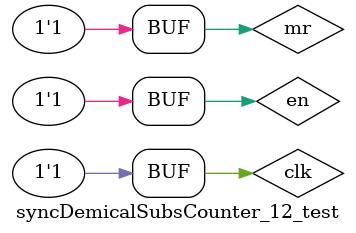
<source format=v>
`timescale 1ns / 1ps


module syncDemicalSubsCounter_12_test;

	// Inputs
	reg mr;
	reg en;
	reg clk;

	// Outputs
	wire [3:0] q;
	wire co;

	// Instantiate the Unit Under Test (UUT)
	syncDemicalSubsCounter_12 uut (
		.mr(mr), 
		.en(en), 
		.clk(clk), 
		.q(q), 
		.co(co)
	);

	initial begin
		// Initialize Inputs
		mr = 0;
		en = 0;
		clk = 0;

		// Wait 100 ns for global reset to finish
		#10 mr=0;en=1;clk=1;
		#20 clk=0;
		#30 clk=1;
		#40 en=0;
		#50 en=1;clk=0;
		#60 clk=1;
		#70 clk=0;
		#80 clk=1;
		#90 mr=1;
		#100 en=1;
		// Add stimulus here

	end
      
endmodule


</source>
